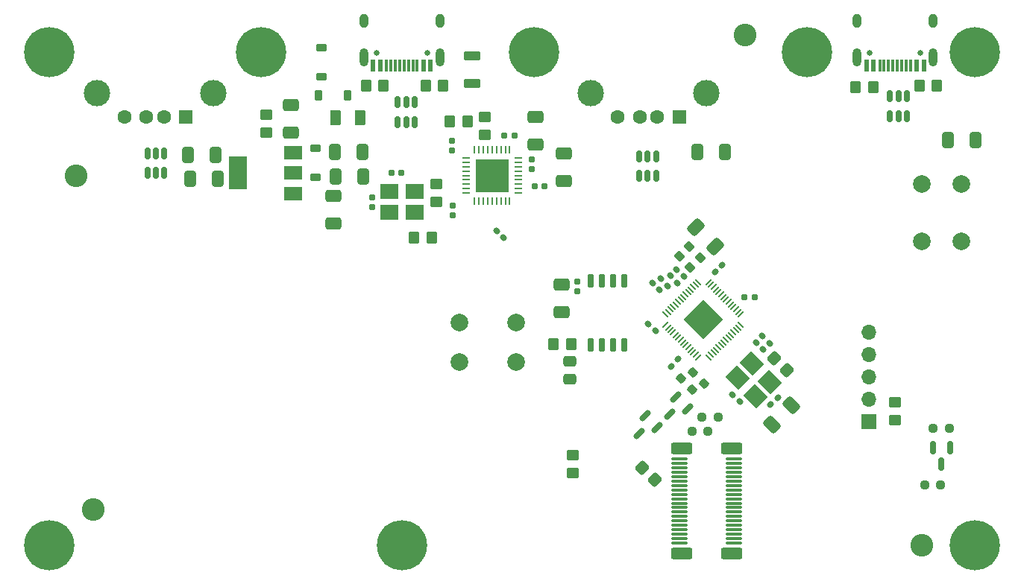
<source format=gbr>
%TF.GenerationSoftware,KiCad,Pcbnew,7.0.10*%
%TF.CreationDate,2024-01-15T00:01:57-05:00*%
%TF.ProjectId,Thinkpad-USB-keyboard-PCB,5468696e-6b70-4616-942d-5553422d6b65,rev?*%
%TF.SameCoordinates,Original*%
%TF.FileFunction,Soldermask,Top*%
%TF.FilePolarity,Negative*%
%FSLAX46Y46*%
G04 Gerber Fmt 4.6, Leading zero omitted, Abs format (unit mm)*
G04 Created by KiCad (PCBNEW 7.0.10) date 2024-01-15 00:01:57*
%MOMM*%
%LPD*%
G01*
G04 APERTURE LIST*
G04 Aperture macros list*
%AMRoundRect*
0 Rectangle with rounded corners*
0 $1 Rounding radius*
0 $2 $3 $4 $5 $6 $7 $8 $9 X,Y pos of 4 corners*
0 Add a 4 corners polygon primitive as box body*
4,1,4,$2,$3,$4,$5,$6,$7,$8,$9,$2,$3,0*
0 Add four circle primitives for the rounded corners*
1,1,$1+$1,$2,$3*
1,1,$1+$1,$4,$5*
1,1,$1+$1,$6,$7*
1,1,$1+$1,$8,$9*
0 Add four rect primitives between the rounded corners*
20,1,$1+$1,$2,$3,$4,$5,0*
20,1,$1+$1,$4,$5,$6,$7,0*
20,1,$1+$1,$6,$7,$8,$9,0*
20,1,$1+$1,$8,$9,$2,$3,0*%
%AMRotRect*
0 Rectangle, with rotation*
0 The origin of the aperture is its center*
0 $1 length*
0 $2 width*
0 $3 Rotation angle, in degrees counterclockwise*
0 Add horizontal line*
21,1,$1,$2,0,0,$3*%
G04 Aperture macros list end*
%ADD10RoundRect,0.250000X0.450000X-0.350000X0.450000X0.350000X-0.450000X0.350000X-0.450000X-0.350000X0*%
%ADD11RoundRect,0.250000X0.167938X-0.751301X0.751301X-0.167938X-0.167938X0.751301X-0.751301X0.167938X0*%
%ADD12RoundRect,0.155000X0.259862X-0.040659X-0.040659X0.259862X-0.259862X0.040659X0.040659X-0.259862X0*%
%ADD13C,5.700000*%
%ADD14RoundRect,0.250000X0.751301X0.167938X0.167938X0.751301X-0.751301X-0.167938X-0.167938X-0.751301X0*%
%ADD15RoundRect,0.250000X0.412500X0.650000X-0.412500X0.650000X-0.412500X-0.650000X0.412500X-0.650000X0*%
%ADD16RoundRect,0.150000X0.150000X-0.512500X0.150000X0.512500X-0.150000X0.512500X-0.150000X-0.512500X0*%
%ADD17RoundRect,0.155000X0.155000X-0.212500X0.155000X0.212500X-0.155000X0.212500X-0.155000X-0.212500X0*%
%ADD18RoundRect,0.250000X0.700000X-0.275000X0.700000X0.275000X-0.700000X0.275000X-0.700000X-0.275000X0*%
%ADD19RoundRect,0.150000X-0.150000X0.587500X-0.150000X-0.587500X0.150000X-0.587500X0.150000X0.587500X0*%
%ADD20RoundRect,0.237500X-0.344715X0.008839X0.008839X-0.344715X0.344715X-0.008839X-0.008839X0.344715X0*%
%ADD21RoundRect,0.237500X-0.250000X-0.237500X0.250000X-0.237500X0.250000X0.237500X-0.250000X0.237500X0*%
%ADD22RoundRect,0.250000X0.565685X0.070711X0.070711X0.565685X-0.565685X-0.070711X-0.070711X-0.565685X0*%
%ADD23R,1.600000X1.500000*%
%ADD24C,1.600000*%
%ADD25C,3.000000*%
%ADD26RoundRect,0.250000X-0.350000X-0.450000X0.350000X-0.450000X0.350000X0.450000X-0.350000X0.450000X0*%
%ADD27RoundRect,0.250000X-0.650000X0.412500X-0.650000X-0.412500X0.650000X-0.412500X0.650000X0.412500X0*%
%ADD28C,0.650000*%
%ADD29R,0.600000X1.450000*%
%ADD30R,0.300000X1.450000*%
%ADD31O,1.000000X2.100000*%
%ADD32O,1.000000X1.600000*%
%ADD33RoundRect,0.250000X-0.412500X-0.650000X0.412500X-0.650000X0.412500X0.650000X-0.412500X0.650000X0*%
%ADD34RoundRect,0.150000X-0.150000X0.512500X-0.150000X-0.512500X0.150000X-0.512500X0.150000X0.512500X0*%
%ADD35RoundRect,0.155000X-0.259862X0.040659X0.040659X-0.259862X0.259862X-0.040659X-0.040659X0.259862X0*%
%ADD36RoundRect,0.155000X-0.040659X-0.259862X0.259862X0.040659X0.040659X0.259862X-0.259862X-0.040659X0*%
%ADD37C,2.582000*%
%ADD38RoundRect,0.250000X0.350000X0.450000X-0.350000X0.450000X-0.350000X-0.450000X0.350000X-0.450000X0*%
%ADD39RoundRect,0.225000X-0.225000X-0.375000X0.225000X-0.375000X0.225000X0.375000X-0.225000X0.375000X0*%
%ADD40RoundRect,0.225000X-0.375000X0.225000X-0.375000X-0.225000X0.375000X-0.225000X0.375000X0.225000X0*%
%ADD41R,2.000000X1.500000*%
%ADD42R,2.000000X3.800000*%
%ADD43RoundRect,0.237500X0.380070X-0.044194X-0.044194X0.380070X-0.380070X0.044194X0.044194X-0.380070X0*%
%ADD44RoundRect,0.062500X0.062500X-0.350000X0.062500X0.350000X-0.062500X0.350000X-0.062500X-0.350000X0*%
%ADD45RoundRect,0.062500X0.350000X-0.062500X0.350000X0.062500X-0.350000X0.062500X-0.350000X-0.062500X0*%
%ADD46R,3.700000X3.700000*%
%ADD47R,2.100000X1.800000*%
%ADD48RoundRect,0.155000X-0.212500X-0.155000X0.212500X-0.155000X0.212500X0.155000X-0.212500X0.155000X0*%
%ADD49RoundRect,0.155000X-0.155000X0.212500X-0.155000X-0.212500X0.155000X-0.212500X0.155000X0.212500X0*%
%ADD50RoundRect,0.250000X0.375000X0.625000X-0.375000X0.625000X-0.375000X-0.625000X0.375000X-0.625000X0*%
%ADD51RoundRect,0.150000X0.309359X0.521491X-0.521491X-0.309359X-0.309359X-0.521491X0.521491X0.309359X0*%
%ADD52RoundRect,0.155000X0.040659X0.259862X-0.259862X-0.040659X-0.040659X-0.259862X0.259862X0.040659X0*%
%ADD53RotRect,2.100000X1.800000X135.000000*%
%ADD54RoundRect,0.250000X-0.475000X0.337500X-0.475000X-0.337500X0.475000X-0.337500X0.475000X0.337500X0*%
%ADD55RoundRect,0.150000X0.150000X-0.650000X0.150000X0.650000X-0.150000X0.650000X-0.150000X-0.650000X0*%
%ADD56RoundRect,0.237500X0.250000X0.237500X-0.250000X0.237500X-0.250000X-0.237500X0.250000X-0.237500X0*%
%ADD57RoundRect,0.050000X-0.238649X-0.309359X0.309359X0.238649X0.238649X0.309359X-0.309359X-0.238649X0*%
%ADD58RoundRect,0.050000X0.238649X-0.309359X0.309359X-0.238649X-0.238649X0.309359X-0.309359X0.238649X0*%
%ADD59RotRect,3.200000X3.200000X45.000000*%
%ADD60R,1.700000X1.700000*%
%ADD61O,1.700000X1.700000*%
%ADD62RoundRect,0.075000X-0.825000X-0.075000X0.825000X-0.075000X0.825000X0.075000X-0.825000X0.075000X0*%
%ADD63RoundRect,0.200000X-1.000000X-0.450000X1.000000X-0.450000X1.000000X0.450000X-1.000000X0.450000X0*%
%ADD64RoundRect,0.250000X-0.450000X0.350000X-0.450000X-0.350000X0.450000X-0.350000X0.450000X0.350000X0*%
%ADD65C,2.000000*%
G04 APERTURE END LIST*
D10*
%TO.C,R19*%
X3900000Y-19000000D03*
X3900000Y-17000000D03*
%TD*%
D11*
%TO.C,C34*%
X41985146Y-44284854D03*
X44194854Y-42075146D03*
%TD*%
D10*
%TO.C,R18*%
X19390000Y-49820000D03*
X19390000Y-47820000D03*
%TD*%
D12*
%TO.C,C31*%
X28791283Y-33646126D03*
X27988717Y-32843560D03*
%TD*%
D13*
%TO.C,H8*%
X0Y-58000000D03*
%TD*%
D14*
%TO.C,C25*%
X35604854Y-24104854D03*
X33395146Y-21895146D03*
%TD*%
D15*
%TO.C,C18*%
X-21142500Y-13670000D03*
X-24267500Y-13670000D03*
%TD*%
D16*
%TO.C,U4*%
X55420000Y-9235000D03*
X56370000Y-9235000D03*
X57320000Y-9235000D03*
X57320000Y-6960000D03*
X56370000Y-6960000D03*
X55420000Y-6960000D03*
%TD*%
D17*
%TO.C,C7*%
X14710000Y-15297500D03*
X14710000Y-14162500D03*
%TD*%
D18*
%TO.C,L1*%
X8000000Y-5575000D03*
X8000000Y-2425000D03*
%TD*%
D19*
%TO.C,Q3*%
X62210000Y-46922500D03*
X60310000Y-46922500D03*
X61260000Y-48797500D03*
%TD*%
D20*
%TO.C,R4*%
X33044765Y-38354765D03*
X34335235Y-39645235D03*
%TD*%
D21*
%TO.C,R21*%
X34067500Y-43484843D03*
X35892500Y-43484843D03*
%TD*%
D10*
%TO.C,R12*%
X-15400000Y-11100000D03*
X-15400000Y-9100000D03*
%TD*%
D22*
%TO.C,R10*%
X28707107Y-50607107D03*
X27292893Y-49192893D03*
%TD*%
D12*
%TO.C,C11*%
X30190000Y-28554843D03*
X29387434Y-27752277D03*
%TD*%
D23*
%TO.C,J2*%
X-24500000Y-9360000D03*
D24*
X-27000000Y-9360000D03*
X-29000000Y-9360000D03*
X-31500000Y-9360000D03*
D25*
X-21430000Y-6650000D03*
X-34570000Y-6650000D03*
%TD*%
D13*
%TO.C,H7*%
X65000000Y-58000000D03*
%TD*%
D26*
%TO.C,R6*%
X5475000Y-9825000D03*
X7475000Y-9825000D03*
%TD*%
D27*
%TO.C,C15*%
X-7810000Y-18337500D03*
X-7810000Y-21462500D03*
%TD*%
D28*
%TO.C,J7*%
X58890000Y-2040000D03*
X53110000Y-2040000D03*
D29*
X59250000Y-3485000D03*
X58450000Y-3485000D03*
D30*
X57250000Y-3485000D03*
X56250000Y-3485000D03*
X55750000Y-3485000D03*
X54750000Y-3485000D03*
D29*
X53550000Y-3485000D03*
X52750000Y-3485000D03*
X52750000Y-3485000D03*
X53550000Y-3485000D03*
D30*
X54250000Y-3485000D03*
X55250000Y-3485000D03*
X56750000Y-3485000D03*
X57750000Y-3485000D03*
D29*
X58450000Y-3485000D03*
X59250000Y-3485000D03*
D31*
X60320000Y-2570000D03*
D32*
X60320000Y1610000D03*
D31*
X51680000Y-2570000D03*
D32*
X51680000Y1610000D03*
%TD*%
D33*
%TO.C,C14*%
X-7592500Y-13310000D03*
X-4467500Y-13310000D03*
%TD*%
D34*
%TO.C,U10*%
X1450000Y-7662500D03*
X500000Y-7662500D03*
X-450000Y-7662500D03*
X-450000Y-9937500D03*
X500000Y-9937500D03*
X1450000Y-9937500D03*
%TD*%
D35*
%TO.C,C28*%
X40940290Y-34271987D03*
X41742856Y-35074553D03*
%TD*%
D15*
%TO.C,C17*%
X-20887500Y-16390000D03*
X-24012500Y-16390000D03*
%TD*%
D36*
%TO.C,C9*%
X41880290Y-42044553D03*
X42682856Y-41241987D03*
%TD*%
D37*
%TO.C,H12*%
X-35000000Y-54000000D03*
%TD*%
D15*
%TO.C,C33*%
X65157500Y-11975000D03*
X62032500Y-11975000D03*
%TD*%
D38*
%TO.C,R9*%
X53500000Y-5960000D03*
X51500000Y-5960000D03*
%TD*%
D39*
%TO.C,D1*%
X-9450000Y-6900000D03*
X-6150000Y-6900000D03*
%TD*%
D10*
%TO.C,R16*%
X56000000Y-43800000D03*
X56000000Y-41800000D03*
%TD*%
D27*
%TO.C,C19*%
X-12630000Y-8007500D03*
X-12630000Y-11132500D03*
%TD*%
D26*
%TO.C,R8*%
X58740000Y-5810000D03*
X60740000Y-5810000D03*
%TD*%
D40*
%TO.C,D4*%
X-9820000Y-12902500D03*
X-9820000Y-16202500D03*
%TD*%
D41*
%TO.C,U8*%
X-12340000Y-18030000D03*
X-12340000Y-15730000D03*
D42*
X-18640000Y-15730000D03*
D41*
X-12340000Y-13430000D03*
%TD*%
D43*
%TO.C,C29*%
X33873566Y-25318307D03*
X32653806Y-24098547D03*
%TD*%
D13*
%TO.C,H6*%
X-40000000Y-58000000D03*
%TD*%
D17*
%TO.C,C10*%
X5725000Y-13192500D03*
X5725000Y-12057500D03*
%TD*%
D35*
%TO.C,R13*%
X31198717Y-26673560D03*
X32001283Y-27476126D03*
%TD*%
D44*
%TO.C,U3*%
X8250000Y-18937500D03*
X8750000Y-18937500D03*
X9250000Y-18937500D03*
X9750000Y-18937500D03*
X10250000Y-18937500D03*
X10750000Y-18937500D03*
X11250000Y-18937500D03*
X11750000Y-18937500D03*
X12250000Y-18937500D03*
D45*
X13187500Y-18000000D03*
X13187500Y-17500000D03*
X13187500Y-17000000D03*
X13187500Y-16500000D03*
X13187500Y-16000000D03*
X13187500Y-15500000D03*
X13187500Y-15000000D03*
X13187500Y-14500000D03*
X13187500Y-14000000D03*
D44*
X12250000Y-13062500D03*
X11750000Y-13062500D03*
X11250000Y-13062500D03*
X10750000Y-13062500D03*
X10250000Y-13062500D03*
X9750000Y-13062500D03*
X9250000Y-13062500D03*
X8750000Y-13062500D03*
X8250000Y-13062500D03*
D45*
X7312500Y-14000000D03*
X7312500Y-14500000D03*
X7312500Y-15000000D03*
X7312500Y-15500000D03*
X7312500Y-16000000D03*
X7312500Y-16500000D03*
X7312500Y-17000000D03*
X7312500Y-17500000D03*
X7312500Y-18000000D03*
D46*
X10250000Y-16000000D03*
%TD*%
D13*
%TO.C,H3*%
X15000000Y-2000000D03*
%TD*%
D47*
%TO.C,Y1*%
X-1450000Y-20150000D03*
X1450000Y-20150000D03*
X1450000Y-17850000D03*
X-1450000Y-17850000D03*
%TD*%
D48*
%TO.C,C8*%
X15062500Y-17250000D03*
X16197500Y-17250000D03*
%TD*%
D35*
%TO.C,C13*%
X10768717Y-22268717D03*
X11571283Y-23071283D03*
%TD*%
D49*
%TO.C,C6*%
X5775000Y-19382500D03*
X5775000Y-20517500D03*
%TD*%
D50*
%TO.C,F1*%
X-4700000Y-9460000D03*
X-7500000Y-9460000D03*
%TD*%
D26*
%TO.C,R5*%
X1400000Y-23100000D03*
X3400000Y-23100000D03*
%TD*%
D51*
%TO.C,Q2*%
X28940000Y-44634843D03*
X27596497Y-43291340D03*
X26942423Y-45288917D03*
%TD*%
D52*
%TO.C,C23*%
X31381283Y-36898717D03*
X30578717Y-37701283D03*
%TD*%
D53*
%TO.C,Y2*%
X41790051Y-39445402D03*
X39739441Y-37394792D03*
X38113095Y-39021138D03*
X40163705Y-41071748D03*
%TD*%
D54*
%TO.C,R17*%
X19100000Y-37115000D03*
X19100000Y-39190000D03*
%TD*%
D35*
%TO.C,C24*%
X40220290Y-34991987D03*
X41022856Y-35794553D03*
%TD*%
D26*
%TO.C,R15*%
X17200000Y-35190000D03*
X19200000Y-35190000D03*
%TD*%
D40*
%TO.C,D3*%
X-9100000Y-1450000D03*
X-9100000Y-4750000D03*
%TD*%
D22*
%TO.C,R14*%
X43668680Y-38150377D03*
X42254466Y-36736163D03*
%TD*%
D13*
%TO.C,H4*%
X46000000Y-2000000D03*
%TD*%
D37*
%TO.C,H10*%
X59000000Y-58000000D03*
%TD*%
D55*
%TO.C,U6*%
X21475000Y-35214843D03*
X22745000Y-35214843D03*
X24015000Y-35214843D03*
X25285000Y-35214843D03*
X25285000Y-28014843D03*
X24015000Y-28014843D03*
X22745000Y-28014843D03*
X21475000Y-28014843D03*
%TD*%
D23*
%TO.C,J3*%
X31500000Y-9360000D03*
D24*
X29000000Y-9360000D03*
X27000000Y-9360000D03*
X24500000Y-9360000D03*
D25*
X34570000Y-6650000D03*
X21430000Y-6650000D03*
%TD*%
D33*
%TO.C,C16*%
X-7552500Y-16140000D03*
X-4427500Y-16140000D03*
%TD*%
D13*
%TO.C,H5*%
X65000000Y-2000000D03*
%TD*%
D27*
%TO.C,C1*%
X15200000Y-9362500D03*
X15200000Y-12487500D03*
%TD*%
D48*
%TO.C,C12*%
X11657500Y-11475000D03*
X12792500Y-11475000D03*
%TD*%
D56*
%TO.C,R23*%
X61180000Y-51130000D03*
X59355000Y-51130000D03*
%TD*%
D13*
%TO.C,H1*%
X-40000000Y-2000000D03*
%TD*%
D48*
%TO.C,C30*%
X38912500Y-29824843D03*
X40047500Y-29824843D03*
%TD*%
D28*
%TO.C,J1*%
X2890000Y-2040000D03*
X-2890000Y-2040000D03*
D29*
X3250000Y-3485000D03*
X2450000Y-3485000D03*
D30*
X1250000Y-3485000D03*
X250000Y-3485000D03*
X-250000Y-3485000D03*
X-1250000Y-3485000D03*
D29*
X-2450000Y-3485000D03*
X-3250000Y-3485000D03*
X-3250000Y-3485000D03*
X-2450000Y-3485000D03*
D30*
X-1750000Y-3485000D03*
X-750000Y-3485000D03*
X750000Y-3485000D03*
X1750000Y-3485000D03*
D29*
X2450000Y-3485000D03*
X3250000Y-3485000D03*
D31*
X4320000Y-2570000D03*
D32*
X4320000Y1610000D03*
D31*
X-4320000Y-2570000D03*
D32*
X-4320000Y1610000D03*
%TD*%
D38*
%TO.C,R2*%
X-2080000Y-5750000D03*
X-4080000Y-5750000D03*
%TD*%
D12*
%TO.C,C27*%
X29240000Y-29004843D03*
X28437434Y-28202277D03*
%TD*%
D57*
%TO.C,U2*%
X29944529Y-32982000D03*
X30227372Y-33264843D03*
X30510214Y-33547685D03*
X30793057Y-33830528D03*
X31075900Y-34113371D03*
X31358742Y-34396213D03*
X31641585Y-34679056D03*
X31924428Y-34961899D03*
X32207271Y-35244742D03*
X32490113Y-35527584D03*
X32772956Y-35810427D03*
X33055799Y-36093270D03*
X33338641Y-36376112D03*
X33621484Y-36658955D03*
D58*
X34805888Y-36658955D03*
X35088731Y-36376112D03*
X35371573Y-36093270D03*
X35654416Y-35810427D03*
X35937259Y-35527584D03*
X36220101Y-35244742D03*
X36502944Y-34961899D03*
X36785787Y-34679056D03*
X37068630Y-34396213D03*
X37351472Y-34113371D03*
X37634315Y-33830528D03*
X37917158Y-33547685D03*
X38200000Y-33264843D03*
X38482843Y-32982000D03*
D57*
X38482843Y-31797596D03*
X38200000Y-31514753D03*
X37917158Y-31231911D03*
X37634315Y-30949068D03*
X37351472Y-30666225D03*
X37068630Y-30383383D03*
X36785787Y-30100540D03*
X36502944Y-29817697D03*
X36220101Y-29534854D03*
X35937259Y-29252012D03*
X35654416Y-28969169D03*
X35371573Y-28686326D03*
X35088731Y-28403484D03*
X34805888Y-28120641D03*
D58*
X33621484Y-28120641D03*
X33338641Y-28403484D03*
X33055799Y-28686326D03*
X32772956Y-28969169D03*
X32490113Y-29252012D03*
X32207271Y-29534854D03*
X31924428Y-29817697D03*
X31641585Y-30100540D03*
X31358742Y-30383383D03*
X31075900Y-30666225D03*
X30793057Y-30949068D03*
X30510214Y-31231911D03*
X30227372Y-31514753D03*
X29944529Y-31797596D03*
D59*
X34213686Y-32389798D03*
%TD*%
D21*
%TO.C,R22*%
X60320000Y-44730000D03*
X62145000Y-44730000D03*
%TD*%
D48*
%TO.C,C4*%
X-1192500Y-15725000D03*
X-57500Y-15725000D03*
%TD*%
D27*
%TO.C,C32*%
X18120000Y-28425000D03*
X18120000Y-31550000D03*
%TD*%
D60*
%TO.C,J4*%
X53000000Y-44000000D03*
D61*
X53000000Y-41460000D03*
X53000000Y-38920000D03*
X53000000Y-36380000D03*
X53000000Y-33840000D03*
%TD*%
D49*
%TO.C,C26*%
X19930000Y-28017343D03*
X19930000Y-29152343D03*
%TD*%
%TO.C,C3*%
X-3380000Y-18482500D03*
X-3380000Y-19617500D03*
%TD*%
D16*
%TO.C,U5*%
X26950000Y-16075000D03*
X27900000Y-16075000D03*
X28850000Y-16075000D03*
X28850000Y-13800000D03*
X27900000Y-13800000D03*
X26950000Y-13800000D03*
%TD*%
D20*
%TO.C,R20*%
X31650000Y-39084843D03*
X32940470Y-40375313D03*
%TD*%
D15*
%TO.C,C20*%
X36637500Y-13350000D03*
X33512500Y-13350000D03*
%TD*%
D62*
%TO.C,J6*%
X31500000Y-57750000D03*
X37700000Y-57750000D03*
X31500000Y-57250000D03*
X37700000Y-57250000D03*
X31500000Y-56750000D03*
X37700000Y-56750000D03*
X31500000Y-56250000D03*
X37700000Y-56250000D03*
X31500000Y-55750000D03*
X37700000Y-55750000D03*
X31500000Y-55250000D03*
X37700000Y-55250000D03*
X31500000Y-54750000D03*
X37700000Y-54750000D03*
X31500000Y-54250000D03*
X37700000Y-54250000D03*
X31500000Y-53750000D03*
X37700000Y-53750000D03*
X31500000Y-53250000D03*
X37700000Y-53250000D03*
X31500000Y-52750000D03*
X37700000Y-52750000D03*
X31500000Y-52250000D03*
X37700000Y-52250000D03*
X31500000Y-51750000D03*
X37700000Y-51750000D03*
X31500000Y-51250000D03*
X37700000Y-51250000D03*
X31500000Y-50750000D03*
X37700000Y-50750000D03*
X31500000Y-50250000D03*
X37700000Y-50250000D03*
X31500000Y-49750000D03*
X37700000Y-49750000D03*
X31500000Y-49250000D03*
X37700000Y-49250000D03*
X31500000Y-48750000D03*
X37700000Y-48750000D03*
X31500000Y-48250000D03*
X37700000Y-48250000D03*
D63*
X31800000Y-47050000D03*
X31800000Y-58950000D03*
X37400000Y-47050000D03*
X37400000Y-58950000D03*
%TD*%
D37*
%TO.C,H9*%
X39000000Y0D03*
%TD*%
D21*
%TO.C,R11*%
X32937500Y-45084843D03*
X34762500Y-45084843D03*
%TD*%
D36*
%TO.C,C22*%
X35578717Y-26996126D03*
X36381283Y-26193560D03*
%TD*%
D43*
%TO.C,C21*%
X32723566Y-26418307D03*
X31503806Y-25198547D03*
%TD*%
D26*
%TO.C,R1*%
X2700000Y-5750000D03*
X4700000Y-5750000D03*
%TD*%
D16*
%TO.C,U1*%
X-28850000Y-15737500D03*
X-27900000Y-15737500D03*
X-26950000Y-15737500D03*
X-26950000Y-13462500D03*
X-27900000Y-13462500D03*
X-28850000Y-13462500D03*
%TD*%
D35*
%TO.C,R3*%
X30488717Y-27393560D03*
X31291283Y-28196126D03*
%TD*%
D51*
%TO.C,Q1*%
X32404664Y-42513682D03*
X31061161Y-41170179D03*
X30407087Y-43167756D03*
%TD*%
D12*
%TO.C,C5*%
X38344139Y-41695836D03*
X37541573Y-40893270D03*
%TD*%
D13*
%TO.C,H2*%
X-16000000Y-2000000D03*
%TD*%
D27*
%TO.C,C2*%
X18430000Y-13477500D03*
X18430000Y-16602500D03*
%TD*%
D64*
%TO.C,R7*%
X9450000Y-9350000D03*
X9450000Y-11350000D03*
%TD*%
D37*
%TO.C,H11*%
X-37000000Y-16000000D03*
%TD*%
D65*
%TO.C,SW3*%
X13000000Y-32700000D03*
X6500000Y-32700000D03*
X13000000Y-37200000D03*
X6500000Y-37200000D03*
%TD*%
%TO.C,SW1*%
X59000000Y-17000000D03*
X59000000Y-23500000D03*
X63500000Y-17000000D03*
X63500000Y-23500000D03*
%TD*%
M02*

</source>
